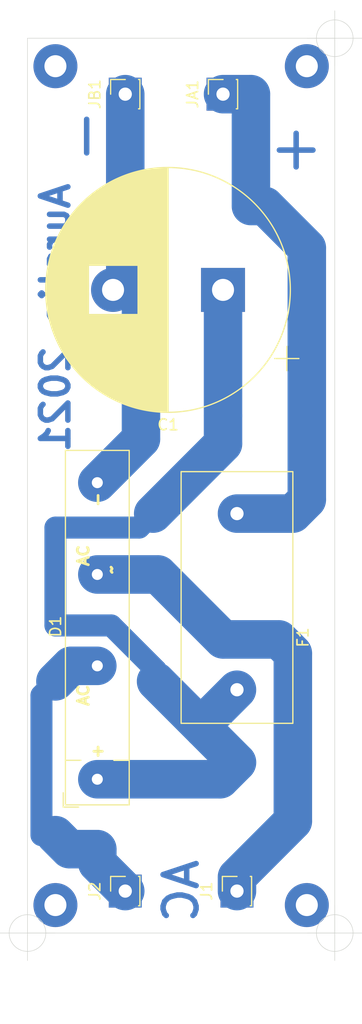
<source format=kicad_pcb>
(kicad_pcb (version 20171130) (host pcbnew 5.1.9-73d0e3b20d~88~ubuntu20.04.1)

  (general
    (thickness 1.6)
    (drawings 14)
    (tracks 46)
    (zones 0)
    (modules 7)
    (nets 6)
  )

  (page A4)
  (layers
    (0 F.Cu signal)
    (31 B.Cu signal)
    (32 B.Adhes user)
    (33 F.Adhes user)
    (34 B.Paste user)
    (35 F.Paste user)
    (36 B.SilkS user)
    (37 F.SilkS user)
    (38 B.Mask user)
    (39 F.Mask user)
    (40 Dwgs.User user)
    (41 Cmts.User user)
    (42 Eco1.User user)
    (43 Eco2.User user)
    (44 Edge.Cuts user)
    (45 Margin user)
    (46 B.CrtYd user)
    (47 F.CrtYd user)
    (48 B.Fab user)
    (49 F.Fab user)
  )

  (setup
    (last_trace_width 0.25)
    (user_trace_width 1.5)
    (user_trace_width 2)
    (user_trace_width 3.5)
    (trace_clearance 0.2)
    (zone_clearance 0.508)
    (zone_45_only no)
    (trace_min 0.2)
    (via_size 0.8)
    (via_drill 0.4)
    (via_min_size 0.4)
    (via_min_drill 0.3)
    (user_via 2 1)
    (user_via 4 2)
    (uvia_size 0.3)
    (uvia_drill 0.1)
    (uvias_allowed no)
    (uvia_min_size 0.2)
    (uvia_min_drill 0.1)
    (edge_width 0.05)
    (segment_width 0.2)
    (pcb_text_width 0.3)
    (pcb_text_size 1.5 1.5)
    (mod_edge_width 0.12)
    (mod_text_size 1 1)
    (mod_text_width 0.15)
    (pad_size 3 3)
    (pad_drill 1)
    (pad_to_mask_clearance 0)
    (aux_axis_origin 12.7 12.7)
    (grid_origin 12.7 12.7)
    (visible_elements FFFFFF7F)
    (pcbplotparams
      (layerselection 0x00000_ffffffff)
      (usegerberextensions false)
      (usegerberattributes true)
      (usegerberadvancedattributes true)
      (creategerberjobfile false)
      (excludeedgelayer true)
      (linewidth 0.100000)
      (plotframeref false)
      (viasonmask false)
      (mode 1)
      (useauxorigin true)
      (hpglpennumber 1)
      (hpglpenspeed 20)
      (hpglpendiameter 15.000000)
      (psnegative false)
      (psa4output false)
      (plotreference true)
      (plotvalue true)
      (plotinvisibletext false)
      (padsonsilk false)
      (subtractmaskfromsilk false)
      (outputformat 1)
      (mirror false)
      (drillshape 0)
      (scaleselection 1)
      (outputdirectory ""))
  )

  (net 0 "")
  (net 1 "Net-(C1-Pad1)")
  (net 2 "Net-(C1-Pad2)")
  (net 3 "Net-(D1-Pad3)")
  (net 4 "Net-(D1-Pad4)")
  (net 5 "Net-(F1-Pad1)")

  (net_class Default "Esta es la clase de red por defecto."
    (clearance 0.2)
    (trace_width 0.25)
    (via_dia 0.8)
    (via_drill 0.4)
    (uvia_dia 0.3)
    (uvia_drill 0.1)
    (add_net "Net-(C1-Pad1)")
    (add_net "Net-(C1-Pad2)")
    (add_net "Net-(D1-Pad3)")
    (add_net "Net-(D1-Pad4)")
    (add_net "Net-(F1-Pad1)")
  )

  (module modificados:Diode_Bridge_FAGOR (layer F.Cu) (tedit 6065E8EC) (tstamp 6065FE8B)
    (at 19.05 78.74 90)
    (descr "Diotec 32x5.6x17mm rectifier package, 7.5mm/10mm pitch, see https://diotec.com/tl_files/diotec/files/pdf/datasheets/b40c3700.pdf")
    (tags "Diotec rectifier diode bridge")
    (path /60400F48)
    (fp_text reference D1 (at 12.6 -3.8 270) (layer F.SilkS)
      (effects (font (size 1 1) (thickness 0.15)))
    )
    (fp_text value Puente_Diodos (at 12.6 4 270) (layer F.Fab)
      (effects (font (size 1 1) (thickness 0.15)))
    )
    (fp_line (start -3.75 3.05) (end -3.75 -3.05) (layer F.CrtYd) (width 0.05))
    (fp_line (start 28.75 3.05) (end -3.75 3.05) (layer F.CrtYd) (width 0.05))
    (fp_line (start 28.75 -3.05) (end 28.75 3.05) (layer F.CrtYd) (width 0.05))
    (fp_line (start -3.75 -3.05) (end 28.75 -3.05) (layer F.CrtYd) (width 0.05))
    (fp_line (start -3.8 -3.1) (end -2.5 -3.1) (layer F.SilkS) (width 0.12))
    (fp_line (start -3.8 -1.7) (end -3.8 -3.1) (layer F.SilkS) (width 0.12))
    (fp_line (start 0.45 2.9) (end 0.45 1.5) (layer F.SilkS) (width 0.12))
    (fp_line (start 0.45 -2.9) (end 0.45 -1.5) (layer F.SilkS) (width 0.12))
    (fp_line (start -3.6 -2.9) (end 28.6 -2.9) (layer F.SilkS) (width 0.12))
    (fp_line (start -3.6 2.9) (end -3.6 -2.9) (layer F.SilkS) (width 0.12))
    (fp_line (start 28.6 2.9) (end -3.6 2.9) (layer F.SilkS) (width 0.12))
    (fp_line (start 28.6 -2.9) (end 28.6 2.9) (layer F.SilkS) (width 0.12))
    (fp_line (start 0.45 -2.8) (end 0.45 2.8) (layer F.Fab) (width 0.12))
    (fp_line (start -3.5 -1.7) (end -3.5 2.8) (layer F.Fab) (width 0.12))
    (fp_line (start -2.5 -2.8) (end -3.5 -1.7) (layer F.Fab) (width 0.12))
    (fp_line (start 28.5 -2.8) (end -2.5 -2.8) (layer F.Fab) (width 0.12))
    (fp_line (start 28.5 2.8) (end 28.5 -2.8) (layer F.Fab) (width 0.12))
    (fp_line (start -3.5 2.8) (end 28.5 2.8) (layer F.Fab) (width 0.12))
    (fp_text user AC (at 6.35 -1.27 90) (layer F.SilkS)
      (effects (font (size 1 1) (thickness 0.25)))
    )
    (fp_text user AC (at 19.05 -1.27 90) (layer F.SilkS)
      (effects (font (size 1 1) (thickness 0.25)))
    )
    (fp_text user ~ (at 17.78 1.27 90) (layer F.SilkS)
      (effects (font (size 1 1) (thickness 0.25)))
    )
    (fp_text user - (at 24.13 0 90) (layer F.SilkS)
      (effects (font (size 1 1) (thickness 0.25)))
    )
    (fp_text user + (at 1.27 0 90) (layer F.SilkS)
      (effects (font (size 1 1) (thickness 0.25)))
    )
    (fp_text user %R (at 12.6 0 270) (layer F.Fab)
      (effects (font (size 1 1) (thickness 0.15)))
    )
    (pad 1 thru_hole circle (at -1.27 0 90) (size 3 3) (drill 1) (layers *.Cu *.Mask)
      (net 1 "Net-(C1-Pad1)"))
    (pad 4 thru_hole circle (at 9.03 0 90) (size 3 3) (drill 1) (layers *.Cu *.Mask)
      (net 4 "Net-(D1-Pad4)"))
    (pad 3 thru_hole circle (at 17.33 0 90) (size 3 3) (drill 1) (layers *.Cu *.Mask)
      (net 3 "Net-(D1-Pad3)"))
    (pad 2 thru_hole circle (at 25.67 0 90) (size 3 3) (drill 1) (layers *.Cu *.Mask)
      (net 2 "Net-(C1-Pad2)"))
    (model ${KISYS3DMOD}/Diode_THT.3dshapes/Diode_Bridge_32.0x5.6x17.0mm_P10.0mm_P7.5mm.wrl
      (at (xyz 0 0 0))
      (scale (xyz 1 1 1))
      (rotate (xyz 0 0 0))
    )
  )

  (module modificados:Fusible_Personalizado (layer F.Cu) (tedit 6065E5F5) (tstamp 60660404)
    (at 31.75 55.88 270)
    (path /60413E29)
    (fp_text reference F1 (at 11.25 -6 90) (layer F.SilkS)
      (effects (font (size 1 1) (thickness 0.15)))
    )
    (fp_text value Fuse (at 13 6 90) (layer F.Fab)
      (effects (font (size 1 1) (thickness 0.15)))
    )
    (fp_line (start -3.81 -5.08) (end -3.81 5.08) (layer F.SilkS) (width 0.12))
    (fp_line (start -3.81 5.08) (end 19.05 5.08) (layer F.SilkS) (width 0.12))
    (fp_line (start 19.05 5.08) (end 19.05 -5.08) (layer F.SilkS) (width 0.12))
    (fp_line (start 19.05 -5.08) (end -3.81 -5.08) (layer F.SilkS) (width 0.12))
    (fp_text user %R (at 11.25 4 90) (layer F.Fab)
      (effects (font (size 1 1) (thickness 0.15)))
    )
    (pad 2 thru_hole circle (at 16 0 270) (size 3 3) (drill 1.2) (layers *.Cu *.Mask)
      (net 1 "Net-(C1-Pad1)"))
    (pad 1 thru_hole circle (at 0 0 270) (size 3 3) (drill 1.2) (layers *.Cu *.Mask)
      (net 5 "Net-(F1-Pad1)"))
  )

  (module Capacitor_THT:CP_Radial_D22.0mm_P10.00mm_SnapIn (layer F.Cu) (tedit 5AE50EF1) (tstamp 606600D2)
    (at 30.48 35.56 180)
    (descr "CP, Radial series, Radial, pin pitch=10.00mm, , diameter=22mm, Electrolytic Capacitor, , http://www.vishay.com/docs/28342/058059pll-si.pdf")
    (tags "CP Radial series Radial pin pitch 10.00mm  diameter 22mm Electrolytic Capacitor")
    (path /6040BF81)
    (fp_text reference C1 (at 5 -12.25) (layer F.SilkS)
      (effects (font (size 1 1) (thickness 0.15)))
    )
    (fp_text value "4700uF 50V" (at 5 12.25) (layer F.Fab)
      (effects (font (size 1 1) (thickness 0.15)))
    )
    (fp_circle (center 5 0) (end 16 0) (layer F.Fab) (width 0.1))
    (fp_circle (center 5 0) (end 16.12 0) (layer F.SilkS) (width 0.12))
    (fp_circle (center 5 0) (end 16.25 0) (layer F.CrtYd) (width 0.05))
    (fp_line (start -4.461475 -4.8275) (end -2.261475 -4.8275) (layer F.Fab) (width 0.1))
    (fp_line (start -3.361475 -5.9275) (end -3.361475 -3.7275) (layer F.Fab) (width 0.1))
    (fp_line (start 5 -11.081) (end 5 11.081) (layer F.SilkS) (width 0.12))
    (fp_line (start 5.04 -11.08) (end 5.04 11.08) (layer F.SilkS) (width 0.12))
    (fp_line (start 5.08 -11.08) (end 5.08 11.08) (layer F.SilkS) (width 0.12))
    (fp_line (start 5.12 -11.08) (end 5.12 11.08) (layer F.SilkS) (width 0.12))
    (fp_line (start 5.16 -11.079) (end 5.16 11.079) (layer F.SilkS) (width 0.12))
    (fp_line (start 5.2 -11.079) (end 5.2 11.079) (layer F.SilkS) (width 0.12))
    (fp_line (start 5.24 -11.078) (end 5.24 11.078) (layer F.SilkS) (width 0.12))
    (fp_line (start 5.28 -11.077) (end 5.28 11.077) (layer F.SilkS) (width 0.12))
    (fp_line (start 5.32 -11.076) (end 5.32 11.076) (layer F.SilkS) (width 0.12))
    (fp_line (start 5.36 -11.075) (end 5.36 11.075) (layer F.SilkS) (width 0.12))
    (fp_line (start 5.4 -11.073) (end 5.4 11.073) (layer F.SilkS) (width 0.12))
    (fp_line (start 5.44 -11.072) (end 5.44 11.072) (layer F.SilkS) (width 0.12))
    (fp_line (start 5.48 -11.07) (end 5.48 11.07) (layer F.SilkS) (width 0.12))
    (fp_line (start 5.52 -11.068) (end 5.52 11.068) (layer F.SilkS) (width 0.12))
    (fp_line (start 5.56 -11.066) (end 5.56 11.066) (layer F.SilkS) (width 0.12))
    (fp_line (start 5.6 -11.064) (end 5.6 11.064) (layer F.SilkS) (width 0.12))
    (fp_line (start 5.64 -11.062) (end 5.64 11.062) (layer F.SilkS) (width 0.12))
    (fp_line (start 5.68 -11.06) (end 5.68 11.06) (layer F.SilkS) (width 0.12))
    (fp_line (start 5.721 -11.057) (end 5.721 11.057) (layer F.SilkS) (width 0.12))
    (fp_line (start 5.761 -11.054) (end 5.761 11.054) (layer F.SilkS) (width 0.12))
    (fp_line (start 5.801 -11.052) (end 5.801 11.052) (layer F.SilkS) (width 0.12))
    (fp_line (start 5.841 -11.049) (end 5.841 11.049) (layer F.SilkS) (width 0.12))
    (fp_line (start 5.881 -11.046) (end 5.881 11.046) (layer F.SilkS) (width 0.12))
    (fp_line (start 5.921 -11.042) (end 5.921 11.042) (layer F.SilkS) (width 0.12))
    (fp_line (start 5.961 -11.039) (end 5.961 11.039) (layer F.SilkS) (width 0.12))
    (fp_line (start 6.001 -11.035) (end 6.001 11.035) (layer F.SilkS) (width 0.12))
    (fp_line (start 6.041 -11.032) (end 6.041 11.032) (layer F.SilkS) (width 0.12))
    (fp_line (start 6.081 -11.028) (end 6.081 11.028) (layer F.SilkS) (width 0.12))
    (fp_line (start 6.121 -11.024) (end 6.121 11.024) (layer F.SilkS) (width 0.12))
    (fp_line (start 6.161 -11.02) (end 6.161 11.02) (layer F.SilkS) (width 0.12))
    (fp_line (start 6.201 -11.016) (end 6.201 11.016) (layer F.SilkS) (width 0.12))
    (fp_line (start 6.241 -11.011) (end 6.241 11.011) (layer F.SilkS) (width 0.12))
    (fp_line (start 6.281 -11.007) (end 6.281 11.007) (layer F.SilkS) (width 0.12))
    (fp_line (start 6.321 -11.002) (end 6.321 11.002) (layer F.SilkS) (width 0.12))
    (fp_line (start 6.361 -10.997) (end 6.361 10.997) (layer F.SilkS) (width 0.12))
    (fp_line (start 6.401 -10.992) (end 6.401 10.992) (layer F.SilkS) (width 0.12))
    (fp_line (start 6.441 -10.987) (end 6.441 10.987) (layer F.SilkS) (width 0.12))
    (fp_line (start 6.481 -10.982) (end 6.481 10.982) (layer F.SilkS) (width 0.12))
    (fp_line (start 6.521 -10.976) (end 6.521 10.976) (layer F.SilkS) (width 0.12))
    (fp_line (start 6.561 -10.971) (end 6.561 10.971) (layer F.SilkS) (width 0.12))
    (fp_line (start 6.601 -10.965) (end 6.601 10.965) (layer F.SilkS) (width 0.12))
    (fp_line (start 6.641 -10.959) (end 6.641 10.959) (layer F.SilkS) (width 0.12))
    (fp_line (start 6.681 -10.953) (end 6.681 10.953) (layer F.SilkS) (width 0.12))
    (fp_line (start 6.721 -10.947) (end 6.721 10.947) (layer F.SilkS) (width 0.12))
    (fp_line (start 6.761 -10.94) (end 6.761 10.94) (layer F.SilkS) (width 0.12))
    (fp_line (start 6.801 -10.934) (end 6.801 10.934) (layer F.SilkS) (width 0.12))
    (fp_line (start 6.841 -10.927) (end 6.841 10.927) (layer F.SilkS) (width 0.12))
    (fp_line (start 6.881 -10.92) (end 6.881 10.92) (layer F.SilkS) (width 0.12))
    (fp_line (start 6.921 -10.913) (end 6.921 10.913) (layer F.SilkS) (width 0.12))
    (fp_line (start 6.961 -10.906) (end 6.961 10.906) (layer F.SilkS) (width 0.12))
    (fp_line (start 7.001 -10.899) (end 7.001 10.899) (layer F.SilkS) (width 0.12))
    (fp_line (start 7.041 -10.892) (end 7.041 10.892) (layer F.SilkS) (width 0.12))
    (fp_line (start 7.081 -10.884) (end 7.081 10.884) (layer F.SilkS) (width 0.12))
    (fp_line (start 7.121 -10.877) (end 7.121 10.877) (layer F.SilkS) (width 0.12))
    (fp_line (start 7.161 -10.869) (end 7.161 10.869) (layer F.SilkS) (width 0.12))
    (fp_line (start 7.201 -10.861) (end 7.201 10.861) (layer F.SilkS) (width 0.12))
    (fp_line (start 7.241 -10.853) (end 7.241 10.853) (layer F.SilkS) (width 0.12))
    (fp_line (start 7.281 -10.844) (end 7.281 10.844) (layer F.SilkS) (width 0.12))
    (fp_line (start 7.321 -10.836) (end 7.321 10.836) (layer F.SilkS) (width 0.12))
    (fp_line (start 7.361 -10.827) (end 7.361 10.827) (layer F.SilkS) (width 0.12))
    (fp_line (start 7.401 -10.818) (end 7.401 10.818) (layer F.SilkS) (width 0.12))
    (fp_line (start 7.441 -10.809) (end 7.441 10.809) (layer F.SilkS) (width 0.12))
    (fp_line (start 7.481 -10.8) (end 7.481 10.8) (layer F.SilkS) (width 0.12))
    (fp_line (start 7.521 -10.791) (end 7.521 10.791) (layer F.SilkS) (width 0.12))
    (fp_line (start 7.561 -10.782) (end 7.561 10.782) (layer F.SilkS) (width 0.12))
    (fp_line (start 7.601 -10.772) (end 7.601 10.772) (layer F.SilkS) (width 0.12))
    (fp_line (start 7.641 -10.763) (end 7.641 10.763) (layer F.SilkS) (width 0.12))
    (fp_line (start 7.681 -10.753) (end 7.681 10.753) (layer F.SilkS) (width 0.12))
    (fp_line (start 7.721 -10.743) (end 7.721 10.743) (layer F.SilkS) (width 0.12))
    (fp_line (start 7.761 -10.733) (end 7.761 -2.24) (layer F.SilkS) (width 0.12))
    (fp_line (start 7.761 2.24) (end 7.761 10.733) (layer F.SilkS) (width 0.12))
    (fp_line (start 7.801 -10.722) (end 7.801 -2.24) (layer F.SilkS) (width 0.12))
    (fp_line (start 7.801 2.24) (end 7.801 10.722) (layer F.SilkS) (width 0.12))
    (fp_line (start 7.841 -10.712) (end 7.841 -2.24) (layer F.SilkS) (width 0.12))
    (fp_line (start 7.841 2.24) (end 7.841 10.712) (layer F.SilkS) (width 0.12))
    (fp_line (start 7.881 -10.701) (end 7.881 -2.24) (layer F.SilkS) (width 0.12))
    (fp_line (start 7.881 2.24) (end 7.881 10.701) (layer F.SilkS) (width 0.12))
    (fp_line (start 7.921 -10.69) (end 7.921 -2.24) (layer F.SilkS) (width 0.12))
    (fp_line (start 7.921 2.24) (end 7.921 10.69) (layer F.SilkS) (width 0.12))
    (fp_line (start 7.961 -10.679) (end 7.961 -2.24) (layer F.SilkS) (width 0.12))
    (fp_line (start 7.961 2.24) (end 7.961 10.679) (layer F.SilkS) (width 0.12))
    (fp_line (start 8.001 -10.668) (end 8.001 -2.24) (layer F.SilkS) (width 0.12))
    (fp_line (start 8.001 2.24) (end 8.001 10.668) (layer F.SilkS) (width 0.12))
    (fp_line (start 8.041 -10.657) (end 8.041 -2.24) (layer F.SilkS) (width 0.12))
    (fp_line (start 8.041 2.24) (end 8.041 10.657) (layer F.SilkS) (width 0.12))
    (fp_line (start 8.081 -10.645) (end 8.081 -2.24) (layer F.SilkS) (width 0.12))
    (fp_line (start 8.081 2.24) (end 8.081 10.645) (layer F.SilkS) (width 0.12))
    (fp_line (start 8.121 -10.634) (end 8.121 -2.24) (layer F.SilkS) (width 0.12))
    (fp_line (start 8.121 2.24) (end 8.121 10.634) (layer F.SilkS) (width 0.12))
    (fp_line (start 8.161 -10.622) (end 8.161 -2.24) (layer F.SilkS) (width 0.12))
    (fp_line (start 8.161 2.24) (end 8.161 10.622) (layer F.SilkS) (width 0.12))
    (fp_line (start 8.201 -10.61) (end 8.201 -2.24) (layer F.SilkS) (width 0.12))
    (fp_line (start 8.201 2.24) (end 8.201 10.61) (layer F.SilkS) (width 0.12))
    (fp_line (start 8.241 -10.598) (end 8.241 -2.24) (layer F.SilkS) (width 0.12))
    (fp_line (start 8.241 2.24) (end 8.241 10.598) (layer F.SilkS) (width 0.12))
    (fp_line (start 8.281 -10.586) (end 8.281 -2.24) (layer F.SilkS) (width 0.12))
    (fp_line (start 8.281 2.24) (end 8.281 10.586) (layer F.SilkS) (width 0.12))
    (fp_line (start 8.321 -10.573) (end 8.321 -2.24) (layer F.SilkS) (width 0.12))
    (fp_line (start 8.321 2.24) (end 8.321 10.573) (layer F.SilkS) (width 0.12))
    (fp_line (start 8.361 -10.561) (end 8.361 -2.24) (layer F.SilkS) (width 0.12))
    (fp_line (start 8.361 2.24) (end 8.361 10.561) (layer F.SilkS) (width 0.12))
    (fp_line (start 8.401 -10.548) (end 8.401 -2.24) (layer F.SilkS) (width 0.12))
    (fp_line (start 8.401 2.24) (end 8.401 10.548) (layer F.SilkS) (width 0.12))
    (fp_line (start 8.441 -10.535) (end 8.441 -2.24) (layer F.SilkS) (width 0.12))
    (fp_line (start 8.441 2.24) (end 8.441 10.535) (layer F.SilkS) (width 0.12))
    (fp_line (start 8.481 -10.522) (end 8.481 -2.24) (layer F.SilkS) (width 0.12))
    (fp_line (start 8.481 2.24) (end 8.481 10.522) (layer F.SilkS) (width 0.12))
    (fp_line (start 8.521 -10.509) (end 8.521 -2.24) (layer F.SilkS) (width 0.12))
    (fp_line (start 8.521 2.24) (end 8.521 10.509) (layer F.SilkS) (width 0.12))
    (fp_line (start 8.561 -10.495) (end 8.561 -2.24) (layer F.SilkS) (width 0.12))
    (fp_line (start 8.561 2.24) (end 8.561 10.495) (layer F.SilkS) (width 0.12))
    (fp_line (start 8.601 -10.482) (end 8.601 -2.24) (layer F.SilkS) (width 0.12))
    (fp_line (start 8.601 2.24) (end 8.601 10.482) (layer F.SilkS) (width 0.12))
    (fp_line (start 8.641 -10.468) (end 8.641 -2.24) (layer F.SilkS) (width 0.12))
    (fp_line (start 8.641 2.24) (end 8.641 10.468) (layer F.SilkS) (width 0.12))
    (fp_line (start 8.681 -10.454) (end 8.681 -2.24) (layer F.SilkS) (width 0.12))
    (fp_line (start 8.681 2.24) (end 8.681 10.454) (layer F.SilkS) (width 0.12))
    (fp_line (start 8.721 -10.44) (end 8.721 -2.24) (layer F.SilkS) (width 0.12))
    (fp_line (start 8.721 2.24) (end 8.721 10.44) (layer F.SilkS) (width 0.12))
    (fp_line (start 8.761 -10.426) (end 8.761 -2.24) (layer F.SilkS) (width 0.12))
    (fp_line (start 8.761 2.24) (end 8.761 10.426) (layer F.SilkS) (width 0.12))
    (fp_line (start 8.801 -10.411) (end 8.801 -2.24) (layer F.SilkS) (width 0.12))
    (fp_line (start 8.801 2.24) (end 8.801 10.411) (layer F.SilkS) (width 0.12))
    (fp_line (start 8.841 -10.396) (end 8.841 -2.24) (layer F.SilkS) (width 0.12))
    (fp_line (start 8.841 2.24) (end 8.841 10.396) (layer F.SilkS) (width 0.12))
    (fp_line (start 8.881 -10.382) (end 8.881 -2.24) (layer F.SilkS) (width 0.12))
    (fp_line (start 8.881 2.24) (end 8.881 10.382) (layer F.SilkS) (width 0.12))
    (fp_line (start 8.921 -10.367) (end 8.921 -2.24) (layer F.SilkS) (width 0.12))
    (fp_line (start 8.921 2.24) (end 8.921 10.367) (layer F.SilkS) (width 0.12))
    (fp_line (start 8.961 -10.351) (end 8.961 -2.24) (layer F.SilkS) (width 0.12))
    (fp_line (start 8.961 2.24) (end 8.961 10.351) (layer F.SilkS) (width 0.12))
    (fp_line (start 9.001 -10.336) (end 9.001 -2.24) (layer F.SilkS) (width 0.12))
    (fp_line (start 9.001 2.24) (end 9.001 10.336) (layer F.SilkS) (width 0.12))
    (fp_line (start 9.041 -10.321) (end 9.041 -2.24) (layer F.SilkS) (width 0.12))
    (fp_line (start 9.041 2.24) (end 9.041 10.321) (layer F.SilkS) (width 0.12))
    (fp_line (start 9.081 -10.305) (end 9.081 -2.24) (layer F.SilkS) (width 0.12))
    (fp_line (start 9.081 2.24) (end 9.081 10.305) (layer F.SilkS) (width 0.12))
    (fp_line (start 9.121 -10.289) (end 9.121 -2.24) (layer F.SilkS) (width 0.12))
    (fp_line (start 9.121 2.24) (end 9.121 10.289) (layer F.SilkS) (width 0.12))
    (fp_line (start 9.161 -10.273) (end 9.161 -2.24) (layer F.SilkS) (width 0.12))
    (fp_line (start 9.161 2.24) (end 9.161 10.273) (layer F.SilkS) (width 0.12))
    (fp_line (start 9.201 -10.257) (end 9.201 -2.24) (layer F.SilkS) (width 0.12))
    (fp_line (start 9.201 2.24) (end 9.201 10.257) (layer F.SilkS) (width 0.12))
    (fp_line (start 9.241 -10.24) (end 9.241 -2.24) (layer F.SilkS) (width 0.12))
    (fp_line (start 9.241 2.24) (end 9.241 10.24) (layer F.SilkS) (width 0.12))
    (fp_line (start 9.281 -10.224) (end 9.281 -2.24) (layer F.SilkS) (width 0.12))
    (fp_line (start 9.281 2.24) (end 9.281 10.224) (layer F.SilkS) (width 0.12))
    (fp_line (start 9.321 -10.207) (end 9.321 -2.24) (layer F.SilkS) (width 0.12))
    (fp_line (start 9.321 2.24) (end 9.321 10.207) (layer F.SilkS) (width 0.12))
    (fp_line (start 9.361 -10.19) (end 9.361 -2.24) (layer F.SilkS) (width 0.12))
    (fp_line (start 9.361 2.24) (end 9.361 10.19) (layer F.SilkS) (width 0.12))
    (fp_line (start 9.401 -10.173) (end 9.401 -2.24) (layer F.SilkS) (width 0.12))
    (fp_line (start 9.401 2.24) (end 9.401 10.173) (layer F.SilkS) (width 0.12))
    (fp_line (start 9.441 -10.156) (end 9.441 -2.24) (layer F.SilkS) (width 0.12))
    (fp_line (start 9.441 2.24) (end 9.441 10.156) (layer F.SilkS) (width 0.12))
    (fp_line (start 9.481 -10.138) (end 9.481 -2.24) (layer F.SilkS) (width 0.12))
    (fp_line (start 9.481 2.24) (end 9.481 10.138) (layer F.SilkS) (width 0.12))
    (fp_line (start 9.521 -10.12) (end 9.521 -2.24) (layer F.SilkS) (width 0.12))
    (fp_line (start 9.521 2.24) (end 9.521 10.12) (layer F.SilkS) (width 0.12))
    (fp_line (start 9.561 -10.103) (end 9.561 -2.24) (layer F.SilkS) (width 0.12))
    (fp_line (start 9.561 2.24) (end 9.561 10.103) (layer F.SilkS) (width 0.12))
    (fp_line (start 9.601 -10.084) (end 9.601 -2.24) (layer F.SilkS) (width 0.12))
    (fp_line (start 9.601 2.24) (end 9.601 10.084) (layer F.SilkS) (width 0.12))
    (fp_line (start 9.641 -10.066) (end 9.641 -2.24) (layer F.SilkS) (width 0.12))
    (fp_line (start 9.641 2.24) (end 9.641 10.066) (layer F.SilkS) (width 0.12))
    (fp_line (start 9.681 -10.048) (end 9.681 -2.24) (layer F.SilkS) (width 0.12))
    (fp_line (start 9.681 2.24) (end 9.681 10.048) (layer F.SilkS) (width 0.12))
    (fp_line (start 9.721 -10.029) (end 9.721 -2.24) (layer F.SilkS) (width 0.12))
    (fp_line (start 9.721 2.24) (end 9.721 10.029) (layer F.SilkS) (width 0.12))
    (fp_line (start 9.761 -10.01) (end 9.761 -2.24) (layer F.SilkS) (width 0.12))
    (fp_line (start 9.761 2.24) (end 9.761 10.01) (layer F.SilkS) (width 0.12))
    (fp_line (start 9.801 -9.991) (end 9.801 -2.24) (layer F.SilkS) (width 0.12))
    (fp_line (start 9.801 2.24) (end 9.801 9.991) (layer F.SilkS) (width 0.12))
    (fp_line (start 9.841 -9.972) (end 9.841 -2.24) (layer F.SilkS) (width 0.12))
    (fp_line (start 9.841 2.24) (end 9.841 9.972) (layer F.SilkS) (width 0.12))
    (fp_line (start 9.881 -9.952) (end 9.881 -2.24) (layer F.SilkS) (width 0.12))
    (fp_line (start 9.881 2.24) (end 9.881 9.952) (layer F.SilkS) (width 0.12))
    (fp_line (start 9.921 -9.933) (end 9.921 -2.24) (layer F.SilkS) (width 0.12))
    (fp_line (start 9.921 2.24) (end 9.921 9.933) (layer F.SilkS) (width 0.12))
    (fp_line (start 9.961 -9.913) (end 9.961 -2.24) (layer F.SilkS) (width 0.12))
    (fp_line (start 9.961 2.24) (end 9.961 9.913) (layer F.SilkS) (width 0.12))
    (fp_line (start 10.001 -9.893) (end 10.001 -2.24) (layer F.SilkS) (width 0.12))
    (fp_line (start 10.001 2.24) (end 10.001 9.893) (layer F.SilkS) (width 0.12))
    (fp_line (start 10.041 -9.873) (end 10.041 -2.24) (layer F.SilkS) (width 0.12))
    (fp_line (start 10.041 2.24) (end 10.041 9.873) (layer F.SilkS) (width 0.12))
    (fp_line (start 10.081 -9.852) (end 10.081 -2.24) (layer F.SilkS) (width 0.12))
    (fp_line (start 10.081 2.24) (end 10.081 9.852) (layer F.SilkS) (width 0.12))
    (fp_line (start 10.121 -9.832) (end 10.121 -2.24) (layer F.SilkS) (width 0.12))
    (fp_line (start 10.121 2.24) (end 10.121 9.832) (layer F.SilkS) (width 0.12))
    (fp_line (start 10.161 -9.811) (end 10.161 -2.24) (layer F.SilkS) (width 0.12))
    (fp_line (start 10.161 2.24) (end 10.161 9.811) (layer F.SilkS) (width 0.12))
    (fp_line (start 10.201 -9.79) (end 10.201 -2.24) (layer F.SilkS) (width 0.12))
    (fp_line (start 10.201 2.24) (end 10.201 9.79) (layer F.SilkS) (width 0.12))
    (fp_line (start 10.241 -9.768) (end 10.241 -2.24) (layer F.SilkS) (width 0.12))
    (fp_line (start 10.241 2.24) (end 10.241 9.768) (layer F.SilkS) (width 0.12))
    (fp_line (start 10.281 -9.747) (end 10.281 -2.24) (layer F.SilkS) (width 0.12))
    (fp_line (start 10.281 2.24) (end 10.281 9.747) (layer F.SilkS) (width 0.12))
    (fp_line (start 10.321 -9.725) (end 10.321 -2.24) (layer F.SilkS) (width 0.12))
    (fp_line (start 10.321 2.24) (end 10.321 9.725) (layer F.SilkS) (width 0.12))
    (fp_line (start 10.361 -9.703) (end 10.361 -2.24) (layer F.SilkS) (width 0.12))
    (fp_line (start 10.361 2.24) (end 10.361 9.703) (layer F.SilkS) (width 0.12))
    (fp_line (start 10.401 -9.681) (end 10.401 -2.24) (layer F.SilkS) (width 0.12))
    (fp_line (start 10.401 2.24) (end 10.401 9.681) (layer F.SilkS) (width 0.12))
    (fp_line (start 10.441 -9.659) (end 10.441 -2.24) (layer F.SilkS) (width 0.12))
    (fp_line (start 10.441 2.24) (end 10.441 9.659) (layer F.SilkS) (width 0.12))
    (fp_line (start 10.481 -9.636) (end 10.481 -2.24) (layer F.SilkS) (width 0.12))
    (fp_line (start 10.481 2.24) (end 10.481 9.636) (layer F.SilkS) (width 0.12))
    (fp_line (start 10.521 -9.614) (end 10.521 -2.24) (layer F.SilkS) (width 0.12))
    (fp_line (start 10.521 2.24) (end 10.521 9.614) (layer F.SilkS) (width 0.12))
    (fp_line (start 10.561 -9.591) (end 10.561 -2.24) (layer F.SilkS) (width 0.12))
    (fp_line (start 10.561 2.24) (end 10.561 9.591) (layer F.SilkS) (width 0.12))
    (fp_line (start 10.601 -9.567) (end 10.601 -2.24) (layer F.SilkS) (width 0.12))
    (fp_line (start 10.601 2.24) (end 10.601 9.567) (layer F.SilkS) (width 0.12))
    (fp_line (start 10.641 -9.544) (end 10.641 -2.24) (layer F.SilkS) (width 0.12))
    (fp_line (start 10.641 2.24) (end 10.641 9.544) (layer F.SilkS) (width 0.12))
    (fp_line (start 10.681 -9.52) (end 10.681 -2.24) (layer F.SilkS) (width 0.12))
    (fp_line (start 10.681 2.24) (end 10.681 9.52) (layer F.SilkS) (width 0.12))
    (fp_line (start 10.721 -9.497) (end 10.721 -2.24) (layer F.SilkS) (width 0.12))
    (fp_line (start 10.721 2.24) (end 10.721 9.497) (layer F.SilkS) (width 0.12))
    (fp_line (start 10.761 -9.472) (end 10.761 -2.24) (layer F.SilkS) (width 0.12))
    (fp_line (start 10.761 2.24) (end 10.761 9.472) (layer F.SilkS) (width 0.12))
    (fp_line (start 10.801 -9.448) (end 10.801 -2.24) (layer F.SilkS) (width 0.12))
    (fp_line (start 10.801 2.24) (end 10.801 9.448) (layer F.SilkS) (width 0.12))
    (fp_line (start 10.841 -9.424) (end 10.841 -2.24) (layer F.SilkS) (width 0.12))
    (fp_line (start 10.841 2.24) (end 10.841 9.424) (layer F.SilkS) (width 0.12))
    (fp_line (start 10.881 -9.399) (end 10.881 -2.24) (layer F.SilkS) (width 0.12))
    (fp_line (start 10.881 2.24) (end 10.881 9.399) (layer F.SilkS) (width 0.12))
    (fp_line (start 10.921 -9.374) (end 10.921 -2.24) (layer F.SilkS) (width 0.12))
    (fp_line (start 10.921 2.24) (end 10.921 9.374) (layer F.SilkS) (width 0.12))
    (fp_line (start 10.961 -9.348) (end 10.961 -2.24) (layer F.SilkS) (width 0.12))
    (fp_line (start 10.961 2.24) (end 10.961 9.348) (layer F.SilkS) (width 0.12))
    (fp_line (start 11.001 -9.323) (end 11.001 -2.24) (layer F.SilkS) (width 0.12))
    (fp_line (start 11.001 2.24) (end 11.001 9.323) (layer F.SilkS) (width 0.12))
    (fp_line (start 11.041 -9.297) (end 11.041 -2.24) (layer F.SilkS) (width 0.12))
    (fp_line (start 11.041 2.24) (end 11.041 9.297) (layer F.SilkS) (width 0.12))
    (fp_line (start 11.081 -9.271) (end 11.081 -2.24) (layer F.SilkS) (width 0.12))
    (fp_line (start 11.081 2.24) (end 11.081 9.271) (layer F.SilkS) (width 0.12))
    (fp_line (start 11.121 -9.245) (end 11.121 -2.24) (layer F.SilkS) (width 0.12))
    (fp_line (start 11.121 2.24) (end 11.121 9.245) (layer F.SilkS) (width 0.12))
    (fp_line (start 11.161 -9.218) (end 11.161 -2.24) (layer F.SilkS) (width 0.12))
    (fp_line (start 11.161 2.24) (end 11.161 9.218) (layer F.SilkS) (width 0.12))
    (fp_line (start 11.201 -9.192) (end 11.201 -2.24) (layer F.SilkS) (width 0.12))
    (fp_line (start 11.201 2.24) (end 11.201 9.192) (layer F.SilkS) (width 0.12))
    (fp_line (start 11.241 -9.165) (end 11.241 -2.24) (layer F.SilkS) (width 0.12))
    (fp_line (start 11.241 2.24) (end 11.241 9.165) (layer F.SilkS) (width 0.12))
    (fp_line (start 11.281 -9.137) (end 11.281 -2.24) (layer F.SilkS) (width 0.12))
    (fp_line (start 11.281 2.24) (end 11.281 9.137) (layer F.SilkS) (width 0.12))
    (fp_line (start 11.321 -9.11) (end 11.321 -2.24) (layer F.SilkS) (width 0.12))
    (fp_line (start 11.321 2.24) (end 11.321 9.11) (layer F.SilkS) (width 0.12))
    (fp_line (start 11.361 -9.082) (end 11.361 -2.24) (layer F.SilkS) (width 0.12))
    (fp_line (start 11.361 2.24) (end 11.361 9.082) (layer F.SilkS) (width 0.12))
    (fp_line (start 11.401 -9.054) (end 11.401 -2.24) (layer F.SilkS) (width 0.12))
    (fp_line (start 11.401 2.24) (end 11.401 9.054) (layer F.SilkS) (width 0.12))
    (fp_line (start 11.441 -9.026) (end 11.441 -2.24) (layer F.SilkS) (width 0.12))
    (fp_line (start 11.441 2.24) (end 11.441 9.026) (layer F.SilkS) (width 0.12))
    (fp_line (start 11.481 -8.997) (end 11.481 -2.24) (layer F.SilkS) (width 0.12))
    (fp_line (start 11.481 2.24) (end 11.481 8.997) (layer F.SilkS) (width 0.12))
    (fp_line (start 11.521 -8.968) (end 11.521 -2.24) (layer F.SilkS) (width 0.12))
    (fp_line (start 11.521 2.24) (end 11.521 8.968) (layer F.SilkS) (width 0.12))
    (fp_line (start 11.561 -8.939) (end 11.561 -2.24) (layer F.SilkS) (width 0.12))
    (fp_line (start 11.561 2.24) (end 11.561 8.939) (layer F.SilkS) (width 0.12))
    (fp_line (start 11.601 -8.91) (end 11.601 -2.24) (layer F.SilkS) (width 0.12))
    (fp_line (start 11.601 2.24) (end 11.601 8.91) (layer F.SilkS) (width 0.12))
    (fp_line (start 11.641 -8.88) (end 11.641 -2.24) (layer F.SilkS) (width 0.12))
    (fp_line (start 11.641 2.24) (end 11.641 8.88) (layer F.SilkS) (width 0.12))
    (fp_line (start 11.681 -8.85) (end 11.681 -2.24) (layer F.SilkS) (width 0.12))
    (fp_line (start 11.681 2.24) (end 11.681 8.85) (layer F.SilkS) (width 0.12))
    (fp_line (start 11.721 -8.82) (end 11.721 -2.24) (layer F.SilkS) (width 0.12))
    (fp_line (start 11.721 2.24) (end 11.721 8.82) (layer F.SilkS) (width 0.12))
    (fp_line (start 11.761 -8.79) (end 11.761 -2.24) (layer F.SilkS) (width 0.12))
    (fp_line (start 11.761 2.24) (end 11.761 8.79) (layer F.SilkS) (width 0.12))
    (fp_line (start 11.801 -8.759) (end 11.801 -2.24) (layer F.SilkS) (width 0.12))
    (fp_line (start 11.801 2.24) (end 11.801 8.759) (layer F.SilkS) (width 0.12))
    (fp_line (start 11.841 -8.728) (end 11.841 -2.24) (layer F.SilkS) (width 0.12))
    (fp_line (start 11.841 2.24) (end 11.841 8.728) (layer F.SilkS) (width 0.12))
    (fp_line (start 11.881 -8.697) (end 11.881 -2.24) (layer F.SilkS) (width 0.12))
    (fp_line (start 11.881 2.24) (end 11.881 8.697) (layer F.SilkS) (width 0.12))
    (fp_line (start 11.921 -8.665) (end 11.921 -2.24) (layer F.SilkS) (width 0.12))
    (fp_line (start 11.921 2.24) (end 11.921 8.665) (layer F.SilkS) (width 0.12))
    (fp_line (start 11.961 -8.633) (end 11.961 -2.24) (layer F.SilkS) (width 0.12))
    (fp_line (start 11.961 2.24) (end 11.961 8.633) (layer F.SilkS) (width 0.12))
    (fp_line (start 12.001 -8.601) (end 12.001 -2.24) (layer F.SilkS) (width 0.12))
    (fp_line (start 12.001 2.24) (end 12.001 8.601) (layer F.SilkS) (width 0.12))
    (fp_line (start 12.041 -8.568) (end 12.041 -2.24) (layer F.SilkS) (width 0.12))
    (fp_line (start 12.041 2.24) (end 12.041 8.568) (layer F.SilkS) (width 0.12))
    (fp_line (start 12.081 -8.535) (end 12.081 -2.24) (layer F.SilkS) (width 0.12))
    (fp_line (start 12.081 2.24) (end 12.081 8.535) (layer F.SilkS) (width 0.12))
    (fp_line (start 12.121 -8.502) (end 12.121 -2.24) (layer F.SilkS) (width 0.12))
    (fp_line (start 12.121 2.24) (end 12.121 8.502) (layer F.SilkS) (width 0.12))
    (fp_line (start 12.161 -8.469) (end 12.161 -2.24) (layer F.SilkS) (width 0.12))
    (fp_line (start 12.161 2.24) (end 12.161 8.469) (layer F.SilkS) (width 0.12))
    (fp_line (start 12.201 -8.435) (end 12.201 -2.24) (layer F.SilkS) (width 0.12))
    (fp_line (start 12.201 2.24) (end 12.201 8.435) (layer F.SilkS) (width 0.12))
    (fp_line (start 12.241 -8.401) (end 12.241 8.401) (layer F.SilkS) (width 0.12))
    (fp_line (start 12.281 -8.366) (end 12.281 8.366) (layer F.SilkS) (width 0.12))
    (fp_line (start 12.321 -8.331) (end 12.321 8.331) (layer F.SilkS) (width 0.12))
    (fp_line (start 12.361 -8.296) (end 12.361 8.296) (layer F.SilkS) (width 0.12))
    (fp_line (start 12.401 -8.261) (end 12.401 8.261) (layer F.SilkS) (width 0.12))
    (fp_line (start 12.441 -8.225) (end 12.441 8.225) (layer F.SilkS) (width 0.12))
    (fp_line (start 12.481 -8.189) (end 12.481 8.189) (layer F.SilkS) (width 0.12))
    (fp_line (start 12.521 -8.152) (end 12.521 8.152) (layer F.SilkS) (width 0.12))
    (fp_line (start 12.561 -8.115) (end 12.561 8.115) (layer F.SilkS) (width 0.12))
    (fp_line (start 12.601 -8.078) (end 12.601 8.078) (layer F.SilkS) (width 0.12))
    (fp_line (start 12.641 -8.04) (end 12.641 8.04) (layer F.SilkS) (width 0.12))
    (fp_line (start 12.681 -8.002) (end 12.681 8.002) (layer F.SilkS) (width 0.12))
    (fp_line (start 12.721 -7.964) (end 12.721 7.964) (layer F.SilkS) (width 0.12))
    (fp_line (start 12.761 -7.925) (end 12.761 7.925) (layer F.SilkS) (width 0.12))
    (fp_line (start 12.801 -7.886) (end 12.801 7.886) (layer F.SilkS) (width 0.12))
    (fp_line (start 12.841 -7.846) (end 12.841 7.846) (layer F.SilkS) (width 0.12))
    (fp_line (start 12.881 -7.807) (end 12.881 7.807) (layer F.SilkS) (width 0.12))
    (fp_line (start 12.921 -7.766) (end 12.921 7.766) (layer F.SilkS) (width 0.12))
    (fp_line (start 12.961 -7.725) (end 12.961 7.725) (layer F.SilkS) (width 0.12))
    (fp_line (start 13.001 -7.684) (end 13.001 7.684) (layer F.SilkS) (width 0.12))
    (fp_line (start 13.041 -7.642) (end 13.041 7.642) (layer F.SilkS) (width 0.12))
    (fp_line (start 13.081 -7.6) (end 13.081 7.6) (layer F.SilkS) (width 0.12))
    (fp_line (start 13.121 -7.558) (end 13.121 7.558) (layer F.SilkS) (width 0.12))
    (fp_line (start 13.161 -7.515) (end 13.161 7.515) (layer F.SilkS) (width 0.12))
    (fp_line (start 13.2 -7.471) (end 13.2 7.471) (layer F.SilkS) (width 0.12))
    (fp_line (start 13.24 -7.428) (end 13.24 7.428) (layer F.SilkS) (width 0.12))
    (fp_line (start 13.28 -7.383) (end 13.28 7.383) (layer F.SilkS) (width 0.12))
    (fp_line (start 13.32 -7.338) (end 13.32 7.338) (layer F.SilkS) (width 0.12))
    (fp_line (start 13.36 -7.293) (end 13.36 7.293) (layer F.SilkS) (width 0.12))
    (fp_line (start 13.4 -7.247) (end 13.4 7.247) (layer F.SilkS) (width 0.12))
    (fp_line (start 13.44 -7.201) (end 13.44 7.201) (layer F.SilkS) (width 0.12))
    (fp_line (start 13.48 -7.154) (end 13.48 7.154) (layer F.SilkS) (width 0.12))
    (fp_line (start 13.52 -7.106) (end 13.52 7.106) (layer F.SilkS) (width 0.12))
    (fp_line (start 13.56 -7.058) (end 13.56 7.058) (layer F.SilkS) (width 0.12))
    (fp_line (start 13.6 -7.01) (end 13.6 7.01) (layer F.SilkS) (width 0.12))
    (fp_line (start 13.64 -6.961) (end 13.64 6.961) (layer F.SilkS) (width 0.12))
    (fp_line (start 13.68 -6.911) (end 13.68 6.911) (layer F.SilkS) (width 0.12))
    (fp_line (start 13.72 -6.861) (end 13.72 6.861) (layer F.SilkS) (width 0.12))
    (fp_line (start 13.76 -6.81) (end 13.76 6.81) (layer F.SilkS) (width 0.12))
    (fp_line (start 13.8 -6.759) (end 13.8 6.759) (layer F.SilkS) (width 0.12))
    (fp_line (start 13.84 -6.707) (end 13.84 6.707) (layer F.SilkS) (width 0.12))
    (fp_line (start 13.88 -6.654) (end 13.88 6.654) (layer F.SilkS) (width 0.12))
    (fp_line (start 13.92 -6.6) (end 13.92 6.6) (layer F.SilkS) (width 0.12))
    (fp_line (start 13.96 -6.546) (end 13.96 6.546) (layer F.SilkS) (width 0.12))
    (fp_line (start 14 -6.492) (end 14 6.492) (layer F.SilkS) (width 0.12))
    (fp_line (start 14.04 -6.436) (end 14.04 6.436) (layer F.SilkS) (width 0.12))
    (fp_line (start 14.08 -6.38) (end 14.08 6.38) (layer F.SilkS) (width 0.12))
    (fp_line (start 14.12 -6.323) (end 14.12 6.323) (layer F.SilkS) (width 0.12))
    (fp_line (start 14.16 -6.265) (end 14.16 6.265) (layer F.SilkS) (width 0.12))
    (fp_line (start 14.2 -6.207) (end 14.2 6.207) (layer F.SilkS) (width 0.12))
    (fp_line (start 14.24 -6.147) (end 14.24 6.147) (layer F.SilkS) (width 0.12))
    (fp_line (start 14.28 -6.087) (end 14.28 6.087) (layer F.SilkS) (width 0.12))
    (fp_line (start 14.32 -6.026) (end 14.32 6.026) (layer F.SilkS) (width 0.12))
    (fp_line (start 14.36 -5.964) (end 14.36 5.964) (layer F.SilkS) (width 0.12))
    (fp_line (start 14.4 -5.901) (end 14.4 5.901) (layer F.SilkS) (width 0.12))
    (fp_line (start 14.44 -5.838) (end 14.44 5.838) (layer F.SilkS) (width 0.12))
    (fp_line (start 14.48 -5.773) (end 14.48 5.773) (layer F.SilkS) (width 0.12))
    (fp_line (start 14.52 -5.707) (end 14.52 5.707) (layer F.SilkS) (width 0.12))
    (fp_line (start 14.56 -5.64) (end 14.56 5.64) (layer F.SilkS) (width 0.12))
    (fp_line (start 14.6 -5.572) (end 14.6 5.572) (layer F.SilkS) (width 0.12))
    (fp_line (start 14.64 -5.503) (end 14.64 5.503) (layer F.SilkS) (width 0.12))
    (fp_line (start 14.68 -5.433) (end 14.68 5.433) (layer F.SilkS) (width 0.12))
    (fp_line (start 14.72 -5.362) (end 14.72 5.362) (layer F.SilkS) (width 0.12))
    (fp_line (start 14.76 -5.289) (end 14.76 5.289) (layer F.SilkS) (width 0.12))
    (fp_line (start 14.8 -5.215) (end 14.8 5.215) (layer F.SilkS) (width 0.12))
    (fp_line (start 14.84 -5.14) (end 14.84 5.14) (layer F.SilkS) (width 0.12))
    (fp_line (start 14.88 -5.063) (end 14.88 5.063) (layer F.SilkS) (width 0.12))
    (fp_line (start 14.92 -4.985) (end 14.92 4.985) (layer F.SilkS) (width 0.12))
    (fp_line (start 14.96 -4.905) (end 14.96 4.905) (layer F.SilkS) (width 0.12))
    (fp_line (start 15 -4.824) (end 15 4.824) (layer F.SilkS) (width 0.12))
    (fp_line (start 15.04 -4.741) (end 15.04 4.741) (layer F.SilkS) (width 0.12))
    (fp_line (start 15.08 -4.656) (end 15.08 4.656) (layer F.SilkS) (width 0.12))
    (fp_line (start 15.12 -4.569) (end 15.12 4.569) (layer F.SilkS) (width 0.12))
    (fp_line (start 15.16 -4.48) (end 15.16 4.48) (layer F.SilkS) (width 0.12))
    (fp_line (start 15.2 -4.389) (end 15.2 4.389) (layer F.SilkS) (width 0.12))
    (fp_line (start 15.24 -4.296) (end 15.24 4.296) (layer F.SilkS) (width 0.12))
    (fp_line (start 15.28 -4.2) (end 15.28 4.2) (layer F.SilkS) (width 0.12))
    (fp_line (start 15.32 -4.102) (end 15.32 4.102) (layer F.SilkS) (width 0.12))
    (fp_line (start 15.36 -4.001) (end 15.36 4.001) (layer F.SilkS) (width 0.12))
    (fp_line (start 15.4 -3.897) (end 15.4 3.897) (layer F.SilkS) (width 0.12))
    (fp_line (start 15.44 -3.789) (end 15.44 3.789) (layer F.SilkS) (width 0.12))
    (fp_line (start 15.48 -3.679) (end 15.48 3.679) (layer F.SilkS) (width 0.12))
    (fp_line (start 15.52 -3.564) (end 15.52 3.564) (layer F.SilkS) (width 0.12))
    (fp_line (start 15.56 -3.445) (end 15.56 3.445) (layer F.SilkS) (width 0.12))
    (fp_line (start 15.6 -3.321) (end 15.6 3.321) (layer F.SilkS) (width 0.12))
    (fp_line (start 15.64 -3.192) (end 15.64 3.192) (layer F.SilkS) (width 0.12))
    (fp_line (start 15.68 -3.058) (end 15.68 3.058) (layer F.SilkS) (width 0.12))
    (fp_line (start 15.72 -2.916) (end 15.72 2.916) (layer F.SilkS) (width 0.12))
    (fp_line (start 15.76 -2.767) (end 15.76 2.767) (layer F.SilkS) (width 0.12))
    (fp_line (start 15.8 -2.609) (end 15.8 2.609) (layer F.SilkS) (width 0.12))
    (fp_line (start 15.84 -2.44) (end 15.84 2.44) (layer F.SilkS) (width 0.12))
    (fp_line (start 15.88 -2.258) (end 15.88 2.258) (layer F.SilkS) (width 0.12))
    (fp_line (start 15.92 -2.06) (end 15.92 2.06) (layer F.SilkS) (width 0.12))
    (fp_line (start 15.96 -1.84) (end 15.96 1.84) (layer F.SilkS) (width 0.12))
    (fp_line (start 16 -1.59) (end 16 1.59) (layer F.SilkS) (width 0.12))
    (fp_line (start 16.04 -1.292) (end 16.04 1.292) (layer F.SilkS) (width 0.12))
    (fp_line (start 16.08 -0.903) (end 16.08 0.903) (layer F.SilkS) (width 0.12))
    (fp_line (start 16.12 -0.04) (end 16.12 0.04) (layer F.SilkS) (width 0.12))
    (fp_line (start -6.899337 -6.235) (end -4.699337 -6.235) (layer F.SilkS) (width 0.12))
    (fp_line (start -5.799337 -7.335) (end -5.799337 -5.135) (layer F.SilkS) (width 0.12))
    (fp_text user %R (at 5 0) (layer F.Fab)
      (effects (font (size 1 1) (thickness 0.15)))
    )
    (pad 2 thru_hole circle (at 10 0 180) (size 4 4) (drill 2) (layers *.Cu *.Mask)
      (net 2 "Net-(C1-Pad2)"))
    (pad 1 thru_hole rect (at 0 0 180) (size 4 4) (drill 2) (layers *.Cu *.Mask)
      (net 1 "Net-(C1-Pad1)"))
    (model ${KISYS3DMOD}/Capacitor_THT.3dshapes/CP_Radial_D22.0mm_P10.00mm_SnapIn.wrl
      (at (xyz 0 0 0))
      (scale (xyz 1 1 1))
      (rotate (xyz 0 0 0))
    )
  )

  (module Connector_PinSocket_2.54mm:PinSocket_1x01_P2.54mm_Vertical (layer F.Cu) (tedit 6065E87B) (tstamp 6066042B)
    (at 31.75 90.17 90)
    (descr "Through hole straight socket strip, 1x01, 2.54mm pitch, single row (from Kicad 4.0.7), script generated")
    (tags "Through hole socket strip THT 1x01 2.54mm single row")
    (path /6064D572)
    (fp_text reference J1 (at 0 -2.77 90) (layer F.SilkS)
      (effects (font (size 1 1) (thickness 0.15)))
    )
    (fp_text value Screw_Terminal_01x01 (at 0 2.77 90) (layer F.Fab)
      (effects (font (size 1 1) (thickness 0.15)))
    )
    (fp_line (start -1.27 -1.27) (end 0.635 -1.27) (layer F.Fab) (width 0.1))
    (fp_line (start 0.635 -1.27) (end 1.27 -0.635) (layer F.Fab) (width 0.1))
    (fp_line (start 1.27 -0.635) (end 1.27 1.27) (layer F.Fab) (width 0.1))
    (fp_line (start 1.27 1.27) (end -1.27 1.27) (layer F.Fab) (width 0.1))
    (fp_line (start -1.27 1.27) (end -1.27 -1.27) (layer F.Fab) (width 0.1))
    (fp_line (start -1.33 1.33) (end 1.33 1.33) (layer F.SilkS) (width 0.12))
    (fp_line (start -1.33 1.21) (end -1.33 1.33) (layer F.SilkS) (width 0.12))
    (fp_line (start 1.33 1.21) (end 1.33 1.33) (layer F.SilkS) (width 0.12))
    (fp_line (start 1.33 -1.33) (end 1.33 0) (layer F.SilkS) (width 0.12))
    (fp_line (start 0 -1.33) (end 1.33 -1.33) (layer F.SilkS) (width 0.12))
    (fp_line (start -1.8 -1.8) (end 1.75 -1.8) (layer F.CrtYd) (width 0.05))
    (fp_line (start 1.75 -1.8) (end 1.75 1.75) (layer F.CrtYd) (width 0.05))
    (fp_line (start 1.75 1.75) (end -1.8 1.75) (layer F.CrtYd) (width 0.05))
    (fp_line (start -1.8 1.75) (end -1.8 -1.8) (layer F.CrtYd) (width 0.05))
    (fp_text user %R (at 0 0 90) (layer F.Fab)
      (effects (font (size 1 1) (thickness 0.15)))
    )
    (pad 1 thru_hole rect (at 0 0 90) (size 3 3) (drill 1.2) (layers *.Cu *.Mask)
      (net 3 "Net-(D1-Pad3)"))
    (model ${KISYS3DMOD}/Connector_PinSocket_2.54mm.3dshapes/PinSocket_1x01_P2.54mm_Vertical.wrl
      (at (xyz 0 0 0))
      (scale (xyz 1 1 1))
      (rotate (xyz 0 0 0))
    )
  )

  (module Connector_PinSocket_2.54mm:PinSocket_1x01_P2.54mm_Vertical (layer F.Cu) (tedit 6065E854) (tstamp 60660464)
    (at 21.59 90.17 90)
    (descr "Through hole straight socket strip, 1x01, 2.54mm pitch, single row (from Kicad 4.0.7), script generated")
    (tags "Through hole socket strip THT 1x01 2.54mm single row")
    (path /6064DCDF)
    (fp_text reference J2 (at 0 -2.77 90) (layer F.SilkS)
      (effects (font (size 1 1) (thickness 0.15)))
    )
    (fp_text value Screw_Terminal_01x01 (at 0 2.77 90) (layer F.Fab)
      (effects (font (size 1 1) (thickness 0.15)))
    )
    (fp_line (start -1.27 -1.27) (end 0.635 -1.27) (layer F.Fab) (width 0.1))
    (fp_line (start 0.635 -1.27) (end 1.27 -0.635) (layer F.Fab) (width 0.1))
    (fp_line (start 1.27 -0.635) (end 1.27 1.27) (layer F.Fab) (width 0.1))
    (fp_line (start 1.27 1.27) (end -1.27 1.27) (layer F.Fab) (width 0.1))
    (fp_line (start -1.27 1.27) (end -1.27 -1.27) (layer F.Fab) (width 0.1))
    (fp_line (start -1.33 1.33) (end 1.33 1.33) (layer F.SilkS) (width 0.12))
    (fp_line (start -1.33 1.21) (end -1.33 1.33) (layer F.SilkS) (width 0.12))
    (fp_line (start 1.33 1.21) (end 1.33 1.33) (layer F.SilkS) (width 0.12))
    (fp_line (start 1.33 -1.33) (end 1.33 0) (layer F.SilkS) (width 0.12))
    (fp_line (start 0 -1.33) (end 1.33 -1.33) (layer F.SilkS) (width 0.12))
    (fp_line (start -1.8 -1.8) (end 1.75 -1.8) (layer F.CrtYd) (width 0.05))
    (fp_line (start 1.75 -1.8) (end 1.75 1.75) (layer F.CrtYd) (width 0.05))
    (fp_line (start 1.75 1.75) (end -1.8 1.75) (layer F.CrtYd) (width 0.05))
    (fp_line (start -1.8 1.75) (end -1.8 -1.8) (layer F.CrtYd) (width 0.05))
    (fp_text user %R (at 0 0 90) (layer F.Fab)
      (effects (font (size 1 1) (thickness 0.15)))
    )
    (pad 1 thru_hole rect (at 0 0 90) (size 3 3) (drill 1.2) (layers *.Cu *.Mask)
      (net 4 "Net-(D1-Pad4)"))
    (model ${KISYS3DMOD}/Connector_PinSocket_2.54mm.3dshapes/PinSocket_1x01_P2.54mm_Vertical.wrl
      (at (xyz 0 0 0))
      (scale (xyz 1 1 1))
      (rotate (xyz 0 0 0))
    )
  )

  (module Connector_PinSocket_2.54mm:PinSocket_1x01_P2.54mm_Vertical (layer F.Cu) (tedit 6065E8A3) (tstamp 6066049D)
    (at 30.48 17.78 90)
    (descr "Through hole straight socket strip, 1x01, 2.54mm pitch, single row (from Kicad 4.0.7), script generated")
    (tags "Through hole socket strip THT 1x01 2.54mm single row")
    (path /6064EA2C)
    (fp_text reference JA1 (at 0 -2.77 90) (layer F.SilkS)
      (effects (font (size 1 1) (thickness 0.15)))
    )
    (fp_text value Screw_Terminal_01x01 (at 0 2.77 90) (layer F.Fab)
      (effects (font (size 1 1) (thickness 0.15)))
    )
    (fp_line (start -1.27 -1.27) (end 0.635 -1.27) (layer F.Fab) (width 0.1))
    (fp_line (start 0.635 -1.27) (end 1.27 -0.635) (layer F.Fab) (width 0.1))
    (fp_line (start 1.27 -0.635) (end 1.27 1.27) (layer F.Fab) (width 0.1))
    (fp_line (start 1.27 1.27) (end -1.27 1.27) (layer F.Fab) (width 0.1))
    (fp_line (start -1.27 1.27) (end -1.27 -1.27) (layer F.Fab) (width 0.1))
    (fp_line (start -1.33 1.33) (end 1.33 1.33) (layer F.SilkS) (width 0.12))
    (fp_line (start -1.33 1.21) (end -1.33 1.33) (layer F.SilkS) (width 0.12))
    (fp_line (start 1.33 1.21) (end 1.33 1.33) (layer F.SilkS) (width 0.12))
    (fp_line (start 1.33 -1.33) (end 1.33 0) (layer F.SilkS) (width 0.12))
    (fp_line (start 0 -1.33) (end 1.33 -1.33) (layer F.SilkS) (width 0.12))
    (fp_line (start -1.8 -1.8) (end 1.75 -1.8) (layer F.CrtYd) (width 0.05))
    (fp_line (start 1.75 -1.8) (end 1.75 1.75) (layer F.CrtYd) (width 0.05))
    (fp_line (start 1.75 1.75) (end -1.8 1.75) (layer F.CrtYd) (width 0.05))
    (fp_line (start -1.8 1.75) (end -1.8 -1.8) (layer F.CrtYd) (width 0.05))
    (fp_text user %R (at 0 0 90) (layer F.Fab)
      (effects (font (size 1 1) (thickness 0.15)))
    )
    (pad 1 thru_hole rect (at 0 0 90) (size 3 3) (drill 1.2) (layers *.Cu *.Mask)
      (net 5 "Net-(F1-Pad1)"))
    (model ${KISYS3DMOD}/Connector_PinSocket_2.54mm.3dshapes/PinSocket_1x01_P2.54mm_Vertical.wrl
      (at (xyz 0 0 0))
      (scale (xyz 1 1 1))
      (rotate (xyz 0 0 0))
    )
  )

  (module Connector_PinSocket_2.54mm:PinSocket_1x01_P2.54mm_Vertical (layer F.Cu) (tedit 6065E894) (tstamp 606604D6)
    (at 21.59 17.78 90)
    (descr "Through hole straight socket strip, 1x01, 2.54mm pitch, single row (from Kicad 4.0.7), script generated")
    (tags "Through hole socket strip THT 1x01 2.54mm single row")
    (path /6064F40F)
    (fp_text reference JB1 (at 0 -2.77 90) (layer F.SilkS)
      (effects (font (size 1 1) (thickness 0.15)))
    )
    (fp_text value Screw_Terminal_01x01 (at 0 2.77 90) (layer F.Fab)
      (effects (font (size 1 1) (thickness 0.15)))
    )
    (fp_line (start -1.27 -1.27) (end 0.635 -1.27) (layer F.Fab) (width 0.1))
    (fp_line (start 0.635 -1.27) (end 1.27 -0.635) (layer F.Fab) (width 0.1))
    (fp_line (start 1.27 -0.635) (end 1.27 1.27) (layer F.Fab) (width 0.1))
    (fp_line (start 1.27 1.27) (end -1.27 1.27) (layer F.Fab) (width 0.1))
    (fp_line (start -1.27 1.27) (end -1.27 -1.27) (layer F.Fab) (width 0.1))
    (fp_line (start -1.33 1.33) (end 1.33 1.33) (layer F.SilkS) (width 0.12))
    (fp_line (start -1.33 1.21) (end -1.33 1.33) (layer F.SilkS) (width 0.12))
    (fp_line (start 1.33 1.21) (end 1.33 1.33) (layer F.SilkS) (width 0.12))
    (fp_line (start 1.33 -1.33) (end 1.33 0) (layer F.SilkS) (width 0.12))
    (fp_line (start 0 -1.33) (end 1.33 -1.33) (layer F.SilkS) (width 0.12))
    (fp_line (start -1.8 -1.8) (end 1.75 -1.8) (layer F.CrtYd) (width 0.05))
    (fp_line (start 1.75 -1.8) (end 1.75 1.75) (layer F.CrtYd) (width 0.05))
    (fp_line (start 1.75 1.75) (end -1.8 1.75) (layer F.CrtYd) (width 0.05))
    (fp_line (start -1.8 1.75) (end -1.8 -1.8) (layer F.CrtYd) (width 0.05))
    (fp_text user %R (at 0 0 90) (layer F.Fab)
      (effects (font (size 1 1) (thickness 0.15)))
    )
    (pad 1 thru_hole rect (at 0 0 90) (size 3 3) (drill 1.2) (layers *.Cu *.Mask)
      (net 2 "Net-(C1-Pad2)"))
    (model ${KISYS3DMOD}/Connector_PinSocket_2.54mm.3dshapes/PinSocket_1x01_P2.54mm_Vertical.wrl
      (at (xyz 0 0 0))
      (scale (xyz 1 1 1))
      (rotate (xyz 0 0 0))
    )
  )

  (dimension 27.94 (width 0.15) (layer Dwgs.User) (tstamp 6065FE50)
    (gr_text "27,940 mm" (at 26.67 102.9) (layer Dwgs.User) (tstamp 6065FE51)
      (effects (font (size 1 1) (thickness 0.15)))
    )
    (feature1 (pts (xy 40.64 93.98) (xy 40.64 102.186421)))
    (feature2 (pts (xy 12.7 93.98) (xy 12.7 102.186421)))
    (crossbar (pts (xy 12.7 101.6) (xy 40.64 101.6)))
    (arrow1a (pts (xy 40.64 101.6) (xy 39.513496 102.186421)))
    (arrow1b (pts (xy 40.64 101.6) (xy 39.513496 101.013579)))
    (arrow2a (pts (xy 12.7 101.6) (xy 13.826504 102.186421)))
    (arrow2b (pts (xy 12.7 101.6) (xy 13.826504 101.013579)))
  )
  (gr_text "Aurelio 2021" (at 15.24 38.1 90) (layer B.Cu) (tstamp 6065FF0C)
    (effects (font (size 2.5 2.5) (thickness 0.5)) (justify mirror))
  )
  (gr_text AC (at 26.67 90.17 90) (layer B.Cu) (tstamp 6065FED0)
    (effects (font (size 3 3) (thickness 0.5)) (justify mirror))
  )
  (gr_text - (at 17.78 21.59 90) (layer B.Cu) (tstamp 6065FEF7)
    (effects (font (size 4 4) (thickness 0.5)) (justify mirror))
  )
  (gr_text + (at 36.83 22.86 90) (layer B.Cu) (tstamp 6065FE28)
    (effects (font (size 4 4) (thickness 0.5)) (justify mirror))
  )
  (dimension 81.28 (width 0.15) (layer Dwgs.User) (tstamp 6065FF25)
    (gr_text "81,280 mm" (at 36.8 60.96 90) (layer Dwgs.User) (tstamp 6065FF26)
      (effects (font (size 1 1) (thickness 0.15)))
    )
    (feature1 (pts (xy 40.64 101.6) (xy 37.513579 101.6)))
    (feature2 (pts (xy 40.64 20.32) (xy 37.513579 20.32)))
    (crossbar (pts (xy 38.1 20.32) (xy 38.1 101.6)))
    (arrow1a (pts (xy 38.1 101.6) (xy 37.513579 100.473496)))
    (arrow1b (pts (xy 38.1 101.6) (xy 38.686421 100.473496)))
    (arrow2a (pts (xy 38.1 20.32) (xy 37.513579 21.446504)))
    (arrow2b (pts (xy 38.1 20.32) (xy 38.686421 21.446504)))
  )
  (gr_line (start 12.7 12.7) (end 13.97 12.7) (layer Edge.Cuts) (width 0.05) (tstamp 6065FE2B))
  (gr_line (start 12.7 93.98) (end 12.7 12.7) (layer Edge.Cuts) (width 0.05) (tstamp 6065FE2E))
  (gr_line (start 40.64 12.7) (end 13.97 12.7) (layer Edge.Cuts) (width 0.05) (tstamp 6065FF3C))
  (gr_line (start 40.64 93.98) (end 40.64 12.7) (layer Edge.Cuts) (width 0.05) (tstamp 6065FF21))
  (gr_line (start 12.7 93.98) (end 40.64 93.98) (layer Edge.Cuts) (width 0.05) (tstamp 6065FF1E))
  (target plus (at 40.64 93.98) (size 5) (width 0.05) (layer Edge.Cuts) (tstamp 6065FED3))
  (target plus (at 40.64 12.7) (size 5) (width 0.05) (layer Edge.Cuts) (tstamp 6065FE4C))
  (target plus (at 12.7 93.98) (size 5) (width 0.05) (layer Edge.Cuts) (tstamp 6065FE49))

  (via (at 15.24 15.24) (size 4) (drill 2) (layers F.Cu B.Cu) (net 0) (tstamp 6065FF1B))
  (via (at 38.1 15.24) (size 4) (drill 2) (layers F.Cu B.Cu) (net 0) (tstamp 6065FF18))
  (via (at 15.24 91.44) (size 4) (drill 2) (layers F.Cu B.Cu) (net 0) (tstamp 6065FF15))
  (via (at 38.1 91.44) (size 4) (drill 2) (layers F.Cu B.Cu) (net 0) (tstamp 6065FF12))
  (segment (start 30.22 80.01) (end 31.75 78.48) (width 3.5) (layer B.Cu) (net 1) (tstamp 6065FE64))
  (segment (start 19.05 80.01) (end 30.22 80.01) (width 3.5) (layer B.Cu) (net 1) (tstamp 6065FEE5))
  (segment (start 30.48 35.56) (end 30.48 46.99) (width 3.5) (layer B.Cu) (net 1) (tstamp 6065FEFA))
  (segment (start 30.48 46.99) (end 30.48 49.53) (width 3.5) (layer B.Cu) (net 1) (tstamp 6065FECD))
  (segment (start 30.48 49.53) (end 24.13 55.88) (width 3.5) (layer B.Cu) (net 1) (tstamp 6065FE67))
  (segment (start 28.705 74.925) (end 28.705 75.435) (width 3.5) (layer B.Cu) (net 1) (tstamp 6065FEE2))
  (segment (start 31.75 71.88) (end 28.705 74.925) (width 3.5) (layer B.Cu) (net 1) (tstamp 6065FE6A))
  (segment (start 28.705 75.435) (end 24.39 71.12) (width 3.5) (layer B.Cu) (net 1) (tstamp 6065FECA))
  (segment (start 31.75 78.48) (end 28.705 75.435) (width 3.5) (layer B.Cu) (net 1) (tstamp 6065FE3A))
  (segment (start 22.86 57.15) (end 24.13 55.88) (width 2) (layer B.Cu) (net 1) (tstamp 6065FE37))
  (segment (start 15.24 57.15) (end 22.86 57.15) (width 2) (layer B.Cu) (net 1) (tstamp 6065FE34))
  (segment (start 15.24 66.04) (end 15.24 57.15) (width 2) (layer B.Cu) (net 1) (tstamp 6065FE31))
  (segment (start 20.32 66.04) (end 15.24 66.04) (width 2) (layer B.Cu) (net 1) (tstamp 6065FF0F))
  (segment (start 24.39 70.11) (end 20.32 66.04) (width 2) (layer B.Cu) (net 1) (tstamp 6065FEF4))
  (segment (start 24.39 71.12) (end 24.39 70.11) (width 2) (layer B.Cu) (net 1) (tstamp 6065FEF1))
  (segment (start 23.02 49.1) (end 19.05 53.07) (width 3.5) (layer B.Cu) (net 2) (tstamp 6065FEEE))
  (segment (start 21.59 34.13) (end 23.02 35.56) (width 3.5) (layer B.Cu) (net 2) (tstamp 6065FEEB))
  (segment (start 23.02 35.56) (end 23.02 49.1) (width 3.5) (layer B.Cu) (net 2) (tstamp 6065FEE8))
  (segment (start 21.59 17.78) (end 21.59 34.13) (width 3.5) (layer B.Cu) (net 2) (tstamp 6065FF39))
  (segment (start 36.83 83.82) (end 31.75 88.9) (width 3.5) (layer B.Cu) (net 3) (tstamp 6065FF36))
  (segment (start 35.56 67.31) (end 36.83 68.58) (width 3.5) (layer B.Cu) (net 3) (tstamp 6065FF33))
  (segment (start 31.75 88.9) (end 31.75 90.17) (width 3.5) (layer B.Cu) (net 3) (tstamp 6065FF30))
  (segment (start 30.48 67.31) (end 35.56 67.31) (width 3.5) (layer B.Cu) (net 3) (tstamp 6065FF2D))
  (segment (start 36.83 68.58) (end 36.83 83.82) (width 3.5) (layer B.Cu) (net 3) (tstamp 6065FF2A))
  (segment (start 24.58 61.41) (end 30.48 67.31) (width 3.5) (layer B.Cu) (net 3) (tstamp 6065FF09))
  (segment (start 19.05 61.41) (end 24.58 61.41) (width 3.5) (layer B.Cu) (net 3) (tstamp 6065FF06))
  (segment (start 15.65 70.71) (end 15.24 71.12) (width 3.5) (layer B.Cu) (net 4) (tstamp 6065FF03))
  (segment (start 15.65 70.71) (end 13.97 72.39) (width 2) (layer B.Cu) (net 4) (tstamp 6065FF00))
  (segment (start 13.97 72.39) (end 13.97 85.09) (width 2) (layer B.Cu) (net 4) (tstamp 6065FEFD))
  (segment (start 19.05 86.36) (end 16.51 86.36) (width 3.5) (layer B.Cu) (net 4) (tstamp 6065FE61))
  (segment (start 16.51 86.36) (end 15.24 85.09) (width 3.5) (layer B.Cu) (net 4) (tstamp 6065FE5E))
  (segment (start 16.65 69.71) (end 15.65 70.71) (width 3.5) (layer B.Cu) (net 4) (tstamp 6065FE5B))
  (segment (start 19.05 69.71) (end 16.65 69.71) (width 3.5) (layer B.Cu) (net 4) (tstamp 6065FE58))
  (segment (start 19.05 87.63) (end 21.59 90.17) (width 3.5) (layer B.Cu) (net 4) (tstamp 6065FE55))
  (segment (start 19.05 86.36) (end 19.05 87.63) (width 3.5) (layer B.Cu) (net 4) (tstamp 6065FEDF))
  (segment (start 31.75 55.88) (end 36.83 55.88) (width 3.5) (layer B.Cu) (net 5) (tstamp 6065FEDC))
  (segment (start 36.83 55.88) (end 38.1 54.61) (width 3.5) (layer B.Cu) (net 5) (tstamp 6065FED9))
  (segment (start 33.02 17.78) (end 33.02 27.94) (width 3.5) (layer B.Cu) (net 5) (tstamp 6065FED6))
  (segment (start 33.02 27.94) (end 34.29 27.94) (width 3.5) (layer B.Cu) (net 5) (tstamp 6065FE46))
  (segment (start 34.29 27.94) (end 38.1 31.75) (width 3.5) (layer B.Cu) (net 5) (tstamp 6065FE43))
  (segment (start 38.1 31.75) (end 38.1 54.61) (width 3.5) (layer B.Cu) (net 5) (tstamp 6065FE40))
  (segment (start 30.48 17.78) (end 33.02 17.78) (width 3.5) (layer B.Cu) (net 5) (tstamp 6065FE3D))

)

</source>
